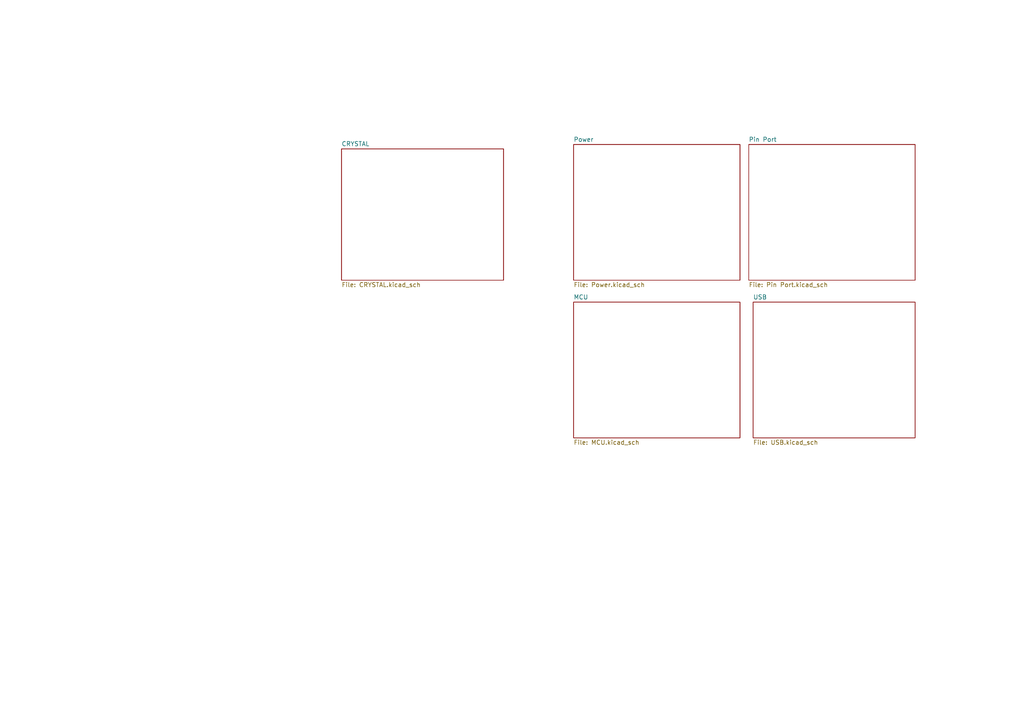
<source format=kicad_sch>
(kicad_sch
	(version 20231120)
	(generator "eeschema")
	(generator_version "8.0")
	(uuid "de574595-d888-425f-8363-8694e4e2503f")
	(paper "A4")
	(lib_symbols)
	(sheet
		(at 166.37 87.63)
		(size 48.26 39.37)
		(fields_autoplaced yes)
		(stroke
			(width 0.1524)
			(type solid)
		)
		(fill
			(color 0 0 0 0.0000)
		)
		(uuid "26dd8678-b953-4e2c-96cc-190155f52c10")
		(property "Sheetname" "MCU"
			(at 166.37 86.9184 0)
			(effects
				(font
					(size 1.27 1.27)
				)
				(justify left bottom)
			)
		)
		(property "Sheetfile" "MCU.kicad_sch"
			(at 166.37 127.5846 0)
			(effects
				(font
					(size 1.27 1.27)
				)
				(justify left top)
			)
		)
		(instances
			(project "[Chap 4 STM32F4 Core 보드 설계 최희수]"
				(path "/de574595-d888-425f-8363-8694e4e2503f"
					(page "7")
				)
			)
		)
	)
	(sheet
		(at 99.06 43.18)
		(size 46.99 38.1)
		(fields_autoplaced yes)
		(stroke
			(width 0.1524)
			(type solid)
		)
		(fill
			(color 0 0 0 0.0000)
		)
		(uuid "8fb38b0d-f5b8-49c8-9675-2b846b6b2d2c")
		(property "Sheetname" "CRYSTAL"
			(at 99.06 42.4684 0)
			(effects
				(font
					(size 1.27 1.27)
				)
				(justify left bottom)
			)
		)
		(property "Sheetfile" "CRYSTAL.kicad_sch"
			(at 99.06 81.8646 0)
			(effects
				(font
					(size 1.27 1.27)
				)
				(justify left top)
			)
		)
		(instances
			(project "[Chap 4 STM32F4 Core 보드 설계 최희수]"
				(path "/de574595-d888-425f-8363-8694e4e2503f"
					(page "6")
				)
			)
		)
	)
	(sheet
		(at 218.44 87.63)
		(size 46.99 39.37)
		(fields_autoplaced yes)
		(stroke
			(width 0.1524)
			(type solid)
		)
		(fill
			(color 0 0 0 0.0000)
		)
		(uuid "aaee9328-3344-4a8b-8d86-a14b39de57b7")
		(property "Sheetname" "USB"
			(at 218.44 86.9184 0)
			(effects
				(font
					(size 1.27 1.27)
				)
				(justify left bottom)
			)
		)
		(property "Sheetfile" "USB.kicad_sch"
			(at 218.44 127.5846 0)
			(effects
				(font
					(size 1.27 1.27)
				)
				(justify left top)
			)
		)
		(instances
			(project "[Chap 4 STM32F4 Core 보드 설계 최희수]"
				(path "/de574595-d888-425f-8363-8694e4e2503f"
					(page "6")
				)
			)
		)
	)
	(sheet
		(at 166.37 41.91)
		(size 48.26 39.37)
		(fields_autoplaced yes)
		(stroke
			(width 0.1524)
			(type solid)
		)
		(fill
			(color 0 0 0 0.0000)
		)
		(uuid "d02e2822-c72f-4482-ae5d-1b6fd901474a")
		(property "Sheetname" "Power"
			(at 166.37 41.1984 0)
			(effects
				(font
					(size 1.27 1.27)
				)
				(justify left bottom)
			)
		)
		(property "Sheetfile" "Power.kicad_sch"
			(at 166.37 81.8646 0)
			(effects
				(font
					(size 1.27 1.27)
				)
				(justify left top)
			)
		)
		(instances
			(project "[Chap 4 STM32F4 Core 보드 설계 최희수]"
				(path "/de574595-d888-425f-8363-8694e4e2503f"
					(page "2")
				)
			)
		)
	)
	(sheet
		(at 217.17 41.91)
		(size 48.26 39.37)
		(fields_autoplaced yes)
		(stroke
			(width 0.1524)
			(type solid)
		)
		(fill
			(color 0 0 0 0.0000)
		)
		(uuid "e8b922ac-27fe-4072-b46b-beb256e98471")
		(property "Sheetname" "Pin Port"
			(at 217.17 41.1984 0)
			(effects
				(font
					(size 1.27 1.27)
				)
				(justify left bottom)
			)
		)
		(property "Sheetfile" "Pin Port.kicad_sch"
			(at 217.17 81.8646 0)
			(effects
				(font
					(size 1.27 1.27)
				)
				(justify left top)
			)
		)
		(instances
			(project "[Chap 4 STM32F4 Core 보드 설계 최희수]"
				(path "/de574595-d888-425f-8363-8694e4e2503f"
					(page "4")
				)
			)
		)
	)
	(sheet_instances
		(path "/"
			(page "1")
		)
	)
)

</source>
